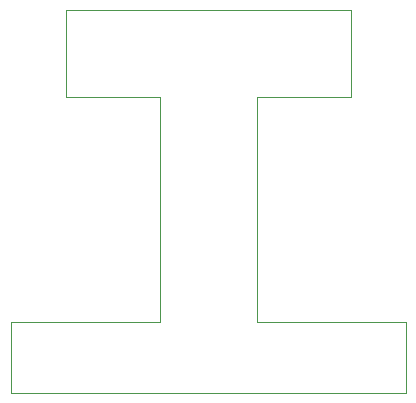
<source format=gm1>
G04 #@! TF.FileFunction,Profile,NP*
%FSLAX46Y46*%
G04 Gerber Fmt 4.6, Leading zero omitted, Abs format (unit mm)*
G04 Created by KiCad (PCBNEW 4.0.0-rc2-stable) date 3/3/2016 3:47:50 PM*
%MOMM*%
G01*
G04 APERTURE LIST*
%ADD10C,0.150000*%
%ADD11C,0.100000*%
G04 APERTURE END LIST*
D10*
D11*
X67500000Y-51160000D02*
X59300000Y-51160000D01*
X59300000Y-51160000D02*
X59300000Y-51150000D01*
X59300000Y-51150000D02*
X46630000Y-51150000D01*
X46630000Y-51150000D02*
X46630000Y-45150000D01*
X46630000Y-45150000D02*
X59300000Y-45150000D01*
X59300000Y-45150000D02*
X59300000Y-26140000D01*
X59300000Y-26140000D02*
X51330000Y-26140000D01*
X51330000Y-26140000D02*
X51330000Y-26140000D01*
X51330000Y-26140000D02*
X51330000Y-18720000D01*
X51330000Y-18720000D02*
X51330000Y-18720000D01*
X51330000Y-18720000D02*
X75420000Y-18720000D01*
X75420000Y-18720000D02*
X75430000Y-18720000D01*
X75430000Y-18720000D02*
X75430000Y-26140000D01*
X75430000Y-26140000D02*
X75420000Y-26140000D01*
X75420000Y-26140000D02*
X67500000Y-26140000D01*
X67500000Y-26140000D02*
X67500000Y-45150000D01*
X67500000Y-45150000D02*
X80120000Y-45150000D01*
X80120000Y-45150000D02*
X80120000Y-51150000D01*
X80120000Y-51150000D02*
X67500000Y-51150000D01*
X67500000Y-51150000D02*
X67500000Y-51160000D01*
X67500000Y-51160000D02*
X67500000Y-51160000D01*
X67500000Y-51160000D02*
X67500000Y-51160000D01*
M02*

</source>
